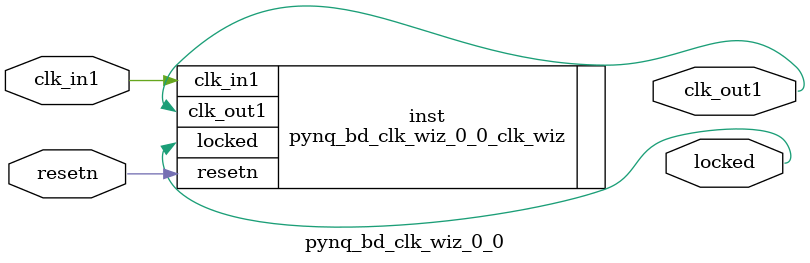
<source format=v>


`timescale 1ps/1ps

(* CORE_GENERATION_INFO = "pynq_bd_clk_wiz_0_0,clk_wiz_v6_0_11_0_0,{component_name=pynq_bd_clk_wiz_0_0,use_phase_alignment=true,use_min_o_jitter=false,use_max_i_jitter=false,use_dyn_phase_shift=false,use_inclk_switchover=false,use_dyn_reconfig=false,enable_axi=0,feedback_source=FDBK_AUTO,PRIMITIVE=MMCM,num_out_clk=1,clkin1_period=10.000,clkin2_period=10.000,use_power_down=false,use_reset=true,use_locked=true,use_inclk_stopped=false,feedback_type=SINGLE,CLOCK_MGR_TYPE=NA,manual_override=false}" *)

module pynq_bd_clk_wiz_0_0 
 (
  // Clock out ports
  output        clk_out1,
  // Status and control signals
  input         resetn,
  output        locked,
 // Clock in ports
  input         clk_in1
 );

  pynq_bd_clk_wiz_0_0_clk_wiz inst
  (
  // Clock out ports  
  .clk_out1(clk_out1),
  // Status and control signals               
  .resetn(resetn), 
  .locked(locked),
 // Clock in ports
  .clk_in1(clk_in1)
  );

endmodule

</source>
